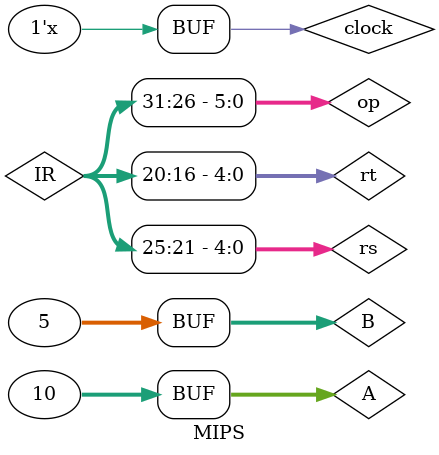
<source format=v>

module MIPS ();
  //Decleration section
  reg clock = 0;
  reg [31:0] PC,IR,ALUout,IMemorey[1023:0];
  
  wire [4:0]rs,rt;
  wire [5:0]op;
  
  wire [31:0] A,B;
  
  //Intialization section

    initial 
  begin
    PC <= 0;
    IMemorey[0]<=32;
    IMemorey[1] <= 25;
  end
  
  assign A = 10;
  assign B = 5;
  
  // Decoding
  assign rs = IR[25:21]; //not imp at this code
  assign rt = IR[20:16]; // not imp at this code
  assign op = IR[31:26]; //imp
  
  
    
  always 
  begin
    #5 clock <= ~clock;
  end
  
  always @ (posedge clock)
  begin 
    IR <= IMemorey[PC>>2];
    PC <= PC+4;
    if (IR[31:26] == 6'b000000)
      
      case(IR[5:0])
        32: ALUout <= A+B;
        25: ALUout <= A-B;
        default :;
      endcase
      
    
end 

endmodule
  
  
  /*
  Question: why the Execution start in the next postive edge m3 en 
  IR = IMemorey[0] in the first positive edge 
  */
</source>
